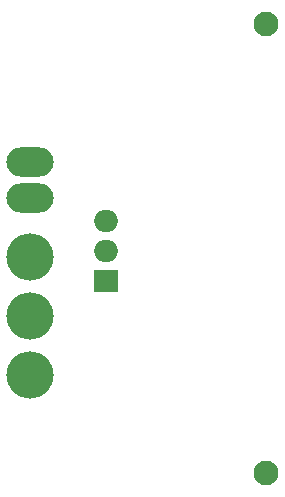
<source format=gbs>
G04 #@! TF.GenerationSoftware,KiCad,Pcbnew,8.0.0*
G04 #@! TF.CreationDate,2024-05-22T21:05:34-07:00*
G04 #@! TF.ProjectId,sim_switch,73696d5f-7377-4697-9463-682e6b696361,rev?*
G04 #@! TF.SameCoordinates,Original*
G04 #@! TF.FileFunction,Soldermask,Bot*
G04 #@! TF.FilePolarity,Negative*
%FSLAX46Y46*%
G04 Gerber Fmt 4.6, Leading zero omitted, Abs format (unit mm)*
G04 Created by KiCad (PCBNEW 8.0.0) date 2024-05-22 21:05:34*
%MOMM*%
%LPD*%
G01*
G04 APERTURE LIST*
%ADD10C,2.100000*%
%ADD11R,2.000000X1.905000*%
%ADD12O,2.000000X1.905000*%
%ADD13O,4.000000X2.500000*%
%ADD14O,4.000000X4.000000*%
G04 APERTURE END LIST*
D10*
X166000000Y-95000000D03*
X166000000Y-57000000D03*
D11*
X152400000Y-78740000D03*
D12*
X152400000Y-76200000D03*
X152400000Y-73660000D03*
D13*
X146019000Y-68711000D03*
X146019000Y-71711000D03*
D14*
X146019000Y-76711000D03*
X146019000Y-81711000D03*
X146019000Y-86711000D03*
M02*

</source>
